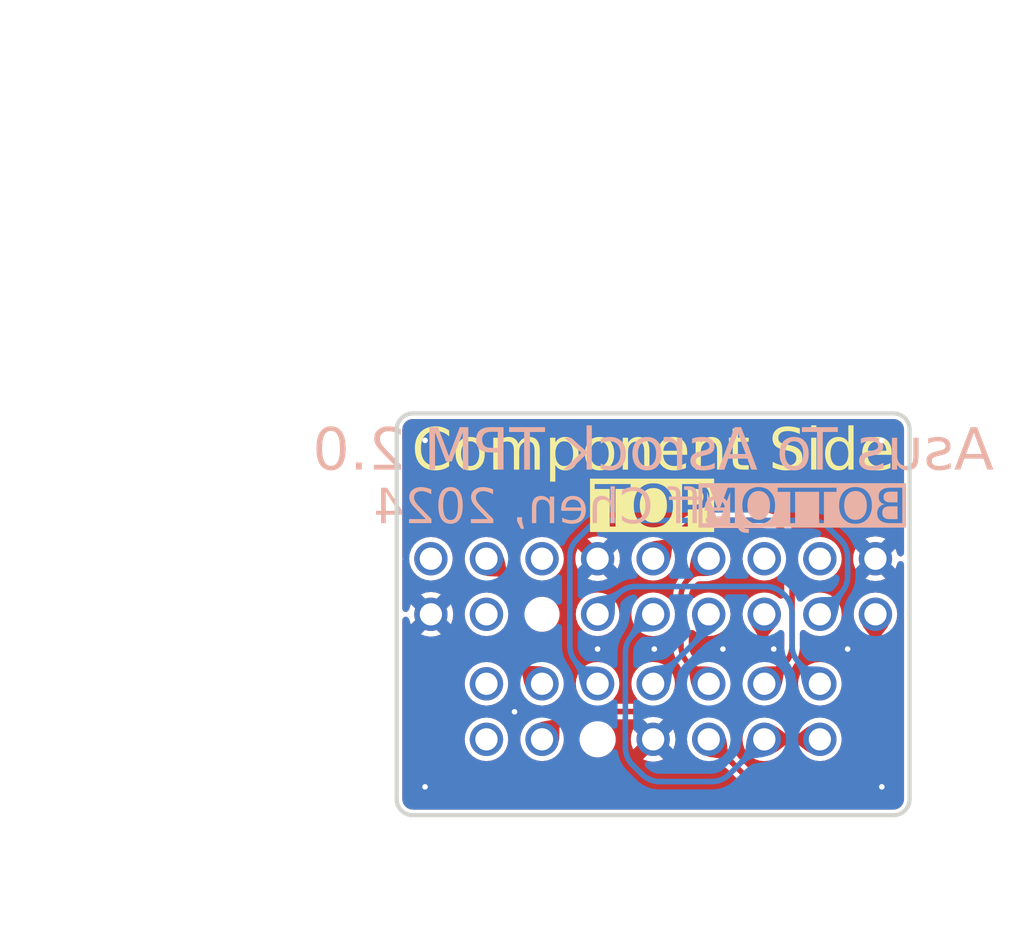
<source format=kicad_pcb>
(kicad_pcb (version 20240108) (generator "pcbnew") (generator_version "8.0")
  (title_block (title "Asus TPM 2.0 To Asrock TPM 2.0 Adapter") (date "2024-12-01") (rev "1.0") (company "Jeff Chen"))
  (layers (0 "F.Cu" signal) (31 "B.Cu" signal) (34 "B.Paste" user) (35 "F.Paste" user) (36 "B.SilkS" user "B.Silkscreen") (37 "F.SilkS" user "F.Silkscreen") (38 "B.Mask" user) (39 "F.Mask" user) (44 "Edge.Cuts" user))
  (net 0 "")
  (net 1 "Net-(P1-F_LAD2)")
  (net 2 "+3V0")
  (net 4 "Net-(P1-F_SERIRQ)")
  (net 5 "GND")
  (net 6 "Net-(P1-F_FRAME#)")
  (net 7 "Net-(P1-F_LAD1)")
  (net 8 "Net-(P1-C_PCICLK_TPM)")
  (net 9 "Net-(P1-S_PCIRST#_TBD)")
  (net 10 "Net-(P1-F_LAD3)")
  (net 11 "Net-(P1-F_LAD0)")
  (footprint "MyTPM:14-1Pin" (layer "F.Cu") (at 167.52 97.84 180)
    (property "Reference" "P1" (hide yes))
    (property "Value" "14-1pin")
    (pad "" np_thru_hole circle (at 8 -2 180) (size 0.8 0.8) (drill 0.8) (layers "*.Cu" "*.Mask"))
    (pad "1" thru_hole circle (at 0 0 180) (size 1.2 1.2) (drill 0.8) (layers "*.Cu" "*.Mask") (net 11 "Net-(P1-F_LAD0)"))
    (pad "2" thru_hole circle (at 2.000001 0 180) (size 1.2 1.2) (drill 0.8) (layers "*.Cu" "*.Mask") (net 7 "Net-(P1-F_LAD1)"))
    (pad "3" thru_hole circle (at 4 0 180) (size 1.2 1.2) (drill 0.8) (layers "*.Cu" "*.Mask") (net 1 "Net-(P1-F_LAD2)"))
    (pad "4" thru_hole circle (at 6 0 180) (size 1.2 1.2) (drill 0.8) (layers "*.Cu" "*.Mask") (net 10 "Net-(P1-F_LAD3)"))
    (pad "5" thru_hole circle (at 8 0 180) (size 1.2 1.2) (drill 0.8) (layers "*.Cu" "*.Mask") (net 6 "Net-(P1-F_FRAME#)"))
    (pad "6" thru_hole circle (at 10 0 180) (size 1.2 1.2) (drill 0.8) (layers "*.Cu" "*.Mask") (net 4 "Net-(P1-F_SERIRQ)"))
    (pad "7" thru_hole circle (at 11.999999 0 180) (size 1.2 1.2) (drill 0.8) (layers "*.Cu" "*.Mask"))
    (pad "8" thru_hole circle (at 0 -2.000001 180) (size 1.2 1.2) (drill 0.8) (layers "*.Cu" "*.Mask") (net 2 "+3V0"))
    (pad "9" thru_hole circle (at 2 -2 180) (size 1.2 1.2) (drill 0.8) (layers "*.Cu" "*.Mask") (net 2 "+3V0"))
    (pad "10" thru_hole circle (at 4.000001 -2 180) (size 1.2 1.2) (drill 0.8) (layers "*.Cu" "*.Mask") (net 8 "Net-(P1-C_PCICLK_TPM)"))
    (pad "11" thru_hole circle (at 6 -2 180) (size 1.2 1.2) (drill 0.8) (layers "*.Cu" "*.Mask") (net 5 "GND"))
    (pad "13" thru_hole circle (at 10 -2 180) (size 1.2 1.2) (drill 0.8) (layers "*.Cu" "*.Mask") (net 9 "Net-(P1-S_PCIRST#_TBD)"))
    (pad "14" thru_hole circle (at 12 -2 180) (size 1.2 1.2) (drill 0.8) (layers "*.Cu" "*.Mask"))
  )
  (footprint "AsroclTPM:18pin" (layer "B.Cu") (at 169.52 95.340001)
    (property "Reference" "P2" (hide yes))
    (property "Value" "~")
    (pad "" np_thru_hole circle (at -11.999999 0) (size 0.762 0.762) (drill 0.762) (layers "F&B.Cu" "*.Mask"))
    (pad "1" thru_hole circle (at 0 0) (size 1.2 1.2) (drill 0.8) (layers "*.Cu" "*.Mask") (net 8 "Net-(P1-C_PCICLK_TPM)"))
    (pad "2" thru_hole circle (at 0 -2.000001) (size 1.2 1.2) (drill 0.8) (layers "*.Cu" "*.Mask") (net 5 "GND"))
    (pad "3" thru_hole circle (at -2.000001 0) (size 1.2 1.2) (drill 0.8) (layers "*.Cu" "*.Mask") (net 6 "Net-(P1-F_FRAME#)"))
    (pad "4" thru_hole circle (at -2 -2) (size 1.2 1.2) (drill 0.8) (layers "*.Cu" "*.Mask"))
    (pad "5" thru_hole circle (at -4 0) (size 1.2 1.2) (drill 0.8) (layers "*.Cu" "*.Mask") (net 9 "Net-(P1-S_PCIRST#_TBD)"))
    (pad "6" thru_hole circle (at -4.000001 -2) (size 1.2 1.2) (drill 0.8) (layers "*.Cu" "*.Mask"))
    (pad "7" thru_hole circle (at -6 0) (size 1.2 1.2) (drill 0.8) (layers "*.Cu" "*.Mask") (net 10 "Net-(P1-F_LAD3)"))
    (pad "8" thru_hole circle (at -6 -2) (size 1.2 1.2) (drill 0.8) (layers "*.Cu" "*.Mask") (net 1 "Net-(P1-F_LAD2)"))
    (pad "9" thru_hole circle (at -8 0) (size 1.2 1.2) (drill 0.8) (layers "*.Cu" "*.Mask") (net 2 "+3V0"))
    (pad "10" thru_hole circle (at -8 -2) (size 1.2 1.2) (drill 0.8) (layers "*.Cu" "*.Mask") (net 7 "Net-(P1-F_LAD1)"))
    (pad "11" thru_hole circle (at -10 0) (size 1.2 1.2) (drill 0.8) (layers "*.Cu" "*.Mask") (net 11 "Net-(P1-F_LAD0)"))
    (pad "12" thru_hole circle (at -10 -2) (size 1.2 1.2) (drill 0.8) (layers "*.Cu" "*.Mask") (net 5 "GND"))
    (pad "14" thru_hole circle (at -12 -2) (size 1.2 1.2) (drill 0.8) (layers "*.Cu" "*.Mask"))
    (pad "15" thru_hole circle (at -14 0) (size 1.2 1.2) (drill 0.8) (layers "*.Cu" "*.Mask"))
    (pad "16" thru_hole circle (at -13.999999 -2) (size 1.2 1.2) (drill 0.8) (layers "*.Cu" "*.Mask") (net 4 "Net-(P1-F_SERIRQ)"))
    (pad "17" thru_hole circle (at -15.999999 0) (size 1.2 1.2) (drill 0.8) (layers "*.Cu" "*.Mask") (net 5 "GND"))
    (pad "18" thru_hole circle (at -16 -2) (size 1.2 1.2) (drill 0.8) (layers "*.Cu" "*.Mask"))
  )
  (gr_arc (start 152.87 102.57) (mid 152.459878 102.400122) (end 152.29 101.99) (stroke (width 0.15)) (layer "Edge.Cuts"))
  (gr_arc (start 170.17 88.11) (mid 170.580122 88.279878) (end 170.75 88.69) (stroke (width 0.15)) (layer "Edge.Cuts"))
  (gr_line (start 170.75 88.69) (end 170.75 101.99) (stroke (width 0.15)) (layer "Edge.Cuts"))
  (gr_line (start 152.87 88.11) (end 170.17 88.11) (stroke (width 0.15)) (layer "Edge.Cuts"))
  (gr_arc (start 170.75 101.99) (mid 170.580122 102.400122) (end 170.17 102.57) (stroke (width 0.15)) (layer "Edge.Cuts"))
  (gr_arc (start 152.29 88.69) (mid 152.459878 88.279878) (end 152.87 88.11) (stroke (width 0.15)) (layer "Edge.Cuts"))
  (gr_line (start 152.29 88.69) (end 152.29 101.99) (stroke (width 0.15)) (layer "Edge.Cuts"))
  (gr_line (start 152.87 102.57) (end 170.17 102.57) (stroke (width 0.15)) (layer "Edge.Cuts"))
  (gr_text "Jeff Chen, 2024" (at 158.16 91.54 0) (layer "B.SilkS") (effects (font (size 1.25 1.25) (thickness 0.152)) (justify mirror)))
  (gr_text "Asus To Asrock TPM 2.0" (at 161.52 89.51 0) (layer "B.SilkS") (effects (font (size 1.5 1.5) (thickness 0.152)) (justify mirror)))
  (gr_text "BOTTOM" (at 166.89 91.54 0) (layer "B.SilkS" knockout) (effects (font (size 1.25 1.25) (thickness 0.152)) (justify mirror)))
  (gr_text "TOP" (at 161.52 91.56 0) (layer "F.SilkS" knockout) (effects (font (size 1.5 1.5) (thickness 0.152))))
  (gr_text "Component Side" (at 161.52 89.51 0) (layer "F.SilkS") (effects (font (size 1.5 1.5) (thickness 0.152))))
  (segment (start 163.52 93.340001) (end 162.783604 94.076397) (width 0.2) (layer "F.Cu") (net 1))
  (segment (start 162.52 94.712793) (end 162.52 96.467208) (width 0.2) (layer "F.Cu") (net 1))
  (segment (start 162.783604 97.103604) (end 163.52 97.84) (width 0.2) (layer "F.Cu") (net 1))
  (arc (start 162.783604 94.076397) (mid 162.588509 94.368378) (end 162.52 94.712793) (width 0.2) (layer "F.Cu") (net 1))
  (arc (start 162.783604 97.103604) (mid 162.588509 96.811623) (end 162.52 96.467208) (width 0.2) (layer "F.Cu") (net 1))
  (segment (start 167.519999 99.84) (end 167.52 99.840001) (width 0.2) (layer "F.Cu") (net 2))
  (segment (start 165.52 99.84) (end 167.519999 99.84) (width 0.2) (layer "F.Cu") (net 2))
  (segment (start 160.783604 100.763604) (end 161.116396 101.096396) (width 0.2) (layer "B.Cu") (net 2))
  (segment (start 161.752792 101.36) (end 163.627208 101.36) (width 0.2) (layer "B.Cu") (net 2))
  (segment (start 164.263604 101.096396) (end 165.52 99.84) (width 0.2) (layer "B.Cu") (net 2))
  (segment (start 161.52 95.340001) (end 160.783604 96.076397) (width 0.2) (layer "B.Cu") (net 2))
  (segment (start 160.52 96.712793) (end 160.52 100.127208) (width 0.2) (layer "B.Cu") (net 2))
  (arc (start 160.783604 100.763604) (mid 160.588509 100.471623) (end 160.52 100.127208) (width 0.2) (layer "B.Cu") (net 2))
  (arc (start 160.52 96.712793) (mid 160.588508 96.368378) (end 160.783604 96.076397) (width 0.2) (layer "B.Cu") (net 2))
  (arc (start 164.263604 101.096396) (mid 163.971623 101.291491) (end 163.627208 101.36) (width 0.2) (layer "B.Cu") (net 2))
  (arc (start 161.116396 101.096396) (mid 161.408377 101.291491) (end 161.752792 101.36) (width 0.2) (layer "B.Cu") (net 2))
  (segment (start 155.520001 93.340001) (end 156.30033 94.12033) (width 0.2) (layer "F.Cu") (net 4))
  (segment (start 156.52 94.65066) (end 156.52 96.52934) (width 0.2) (layer "F.Cu") (net 4))
  (segment (start 156.73967 97.05967) (end 157.52 97.84) (width 0.2) (layer "F.Cu") (net 4))
  (arc (start 156.30033 94.12033) (mid 156.46291 94.363647) (end 156.52 94.65066) (width 0.2) (layer "F.Cu") (net 4))
  (arc (start 156.73967 97.05967) (mid 156.57709 96.816353) (end 156.52 96.52934) (width 0.2) (layer "F.Cu") (net 4))
  (via (at 169.75 89.08) (size 0.5) (drill 0.2) (layers "F.Cu" "B.Cu") (net 5))
  (via (at 153.31 101.55) (size 0.5) (drill 0.2) (layers "F.Cu" "B.Cu") (net 5))
  (via (at 156.53 98.85) (size 0.5) (drill 0.2) (layers "F.Cu" "B.Cu") (net 5))
  (via (at 153.31 89.08) (size 0.5) (drill 0.2) (layers "F.Cu" "B.Cu") (net 5))
  (via (at 161.56 96.59) (size 0.5) (drill 0.2) (layers "F.Cu" "B.Cu") (net 5))
  (via (at 168.52 96.59) (size 0.5) (drill 0.2) (layers "F.Cu" "B.Cu") (net 5))
  (via (at 165.86 96.59) (size 0.5) (drill 0.2) (layers "F.Cu" "B.Cu") (net 5))
  (via (at 164.03 96.59) (size 0.5) (drill 0.2) (layers "F.Cu" "B.Cu") (net 5))
  (via (at 169.75 101.55) (size 0.5) (drill 0.2) (layers "F.Cu" "B.Cu") (net 5))
  (via (at 159.52 96.59) (size 0.5) (drill 0.2) (layers "F.Cu" "B.Cu") (net 5))
  (segment (start 158.783604 92.636396) (end 159.196396 92.223604) (width 0.2) (layer "B.Cu") (net 6))
  (segment (start 159.832792 91.96) (end 167.192208 91.96) (width 0.2) (layer "B.Cu") (net 6))
  (segment (start 168.256396 94.603604) (end 167.519999 95.340001) (width 0.2) (layer "B.Cu") (net 6))
  (segment (start 167.828604 92.223604) (end 168.256396 92.651396) (width 0.2) (layer "B.Cu") (net 6))
  (segment (start 158.52 96.467208) (end 158.52 93.272792) (width 0.2) (layer "B.Cu") (net 6))
  (segment (start 168.52 93.287792) (end 168.52 93.967208) (width 0.2) (layer "B.Cu") (net 6))
  (segment (start 159.52 97.84) (end 158.783604 97.103604) (width 0.2) (layer "B.Cu") (net 6))
  (arc (start 158.52 96.467208) (mid 158.588508 96.811623) (end 158.783604 97.103604) (width 0.2) (layer "B.Cu") (net 6))
  (arc (start 167.192208 91.96) (mid 167.536623 92.028508) (end 167.828604 92.223604) (width 0.2) (layer "B.Cu") (net 6))
  (arc (start 159.832792 91.96) (mid 159.488377 92.028508) (end 159.196396 92.223604) (width 0.2) (layer "B.Cu") (net 6))
  (arc (start 158.52 93.272792) (mid 158.588508 92.928377) (end 158.783604 92.636396) (width 0.2) (layer "B.Cu") (net 6))
  (arc (start 168.52 93.287792) (mid 168.451492 92.943377) (end 168.256396 92.651396) (width 0.2) (layer "B.Cu") (net 6))
  (arc (start 168.256396 94.603604) (mid 168.451491 94.311623) (end 168.52 93.967208) (width 0.2) (layer "B.Cu") (net 6))
  (segment (start 163.282793 91.95) (end 165.444416 91.95) (width 0.2) (layer "F.Cu") (net 7))
  (segment (start 161.52 93.340001) (end 162.646397 92.213604) (width 0.2) (layer "F.Cu") (net 7))
  (segment (start 166.080812 92.213604) (end 166.256396 92.389188) (width 0.2) (layer "F.Cu") (net 7))
  (segment (start 166.256396 97.103603) (end 165.519999 97.84) (width 0.2) (layer "F.Cu") (net 7))
  (segment (start 166.52 93.025584) (end 166.52 96.467207) (width 0.2) (layer "F.Cu") (net 7))
  (arc (start 166.52 96.467207) (mid 166.451492 96.811622) (end 166.256396 97.103603) (width 0.2) (layer "F.Cu") (net 7))
  (arc (start 166.080812 92.213604) (mid 165.788831 92.018509) (end 165.444416 91.95) (width 0.2) (layer "F.Cu") (net 7))
  (arc (start 166.256396 92.389188) (mid 166.451491 92.681169) (end 166.52 93.025584) (width 0.2) (layer "F.Cu") (net 7))
  (arc (start 162.646397 92.213604) (mid 162.938378 92.018509) (end 163.282793 91.95) (width 0.2) (layer "F.Cu") (net 7))
  (segment (start 169.256396 100.733604) (end 168.903604 101.086396) (width 0.2) (layer "F.Cu") (net 8))
  (segment (start 168.267208 101.35) (end 165.402791 101.35) (width 0.2) (layer "F.Cu") (net 8))
  (segment (start 169.52 95.340001) (end 169.52 100.097208) (width 0.2) (layer "F.Cu") (net 8))
  (segment (start 164.766395 101.086396) (end 163.519999 99.84) (width 0.2) (layer "F.Cu") (net 8))
  (arc (start 168.267208 101.35) (mid 168.611623 101.281492) (end 168.903604 101.086396) (width 0.2) (layer "F.Cu") (net 8))
  (arc (start 165.402791 101.35) (mid 165.058376 101.281492) (end 164.766395 101.086396) (width 0.2) (layer "F.Cu") (net 8))
  (arc (start 169.52 100.097208) (mid 169.451492 100.441623) (end 169.256396 100.733604) (width 0.2) (layer "F.Cu") (net 8))
  (segment (start 165.52 95.340001) (end 165.52 95.815737) (width 0.2) (layer "F.Cu") (net 9))
  (segment (start 164.266396 98.503604) (end 164.193604 98.576396) (width 0.2) (layer "F.Cu") (net 9))
  (segment (start 165.256396 96.452133) (end 164.793604 96.914925) (width 0.2) (layer "F.Cu") (net 9))
  (segment (start 158.256396 99.103604) (end 157.52 99.84) (width 0.2) (layer "F.Cu") (net 9))
  (segment (start 164.53 97.551321) (end 164.53 97.867208) (width 0.2) (layer "F.Cu") (net 9))
  (segment (start 163.557208 98.84) (end 158.892792 98.84) (width 0.2) (layer "F.Cu") (net 9))
  (arc (start 163.557208 98.84) (mid 163.901623 98.771492) (end 164.193604 98.576396) (width 0.2) (layer "F.Cu") (net 9))
  (arc (start 164.53 97.551321) (mid 164.598508 97.206906) (end 164.793604 96.914925) (width 0.2) (layer "F.Cu") (net 9))
  (arc (start 158.256396 99.103604) (mid 158.548377 98.908509) (end 158.892792 98.84) (width 0.2) (layer "F.Cu") (net 9))
  (arc (start 165.256396 96.452133) (mid 165.451491 96.160152) (end 165.52 95.815737) (width 0.2) (layer "F.Cu") (net 9))
  (arc (start 164.53 97.867208) (mid 164.461492 98.211623) (end 164.266396 98.503604) (width 0.2) (layer "F.Cu") (net 9))
  (segment (start 163.52 95.340001) (end 163.52 95.467208) (width 0.2) (layer "B.Cu") (net 10))
  (segment (start 163.256396 96.103604) (end 161.52 97.84) (width 0.2) (layer "B.Cu") (net 10))
  (arc (start 163.52 95.467208) (mid 163.451492 95.811623) (end 163.256396 96.103604) (width 0.2) (layer "B.Cu") (net 10))
  (segment (start 166.52 95.292792) (end 166.52 96.467208) (width 0.2) (layer "B.Cu") (net 11))
  (segment (start 159.52 95.340001) (end 160.256397 94.603604) (width 0.2) (layer "B.Cu") (net 11))
  (segment (start 166.203604 94.603604) (end 166.256396 94.656396) (width 0.2) (layer "B.Cu") (net 11))
  (segment (start 166.783604 97.103604) (end 167.52 97.84) (width 0.2) (layer "B.Cu") (net 11))
  (segment (start 160.892793 94.34) (end 165.567208 94.34) (width 0.2) (layer "B.Cu") (net 11))
  (arc (start 160.892793 94.34) (mid 160.548378 94.408508) (end 160.256397 94.603604) (width 0.2) (layer "B.Cu") (net 11))
  (arc (start 166.52 95.292792) (mid 166.451492 94.948377) (end 166.256396 94.656396) (width 0.2) (layer "B.Cu") (net 11))
  (arc (start 166.203604 94.603604) (mid 165.911623 94.408509) (end 165.567208 94.34) (width 0.2) (layer "B.Cu") (net 11))
  (arc (start 166.52 96.467208) (mid 166.588508 96.811623) (end 166.783604 97.103604) (width 0.2) (layer "B.Cu") (net 11))
  (zone (net 5) (net_name "GND") (layers "F&B.Cu") (connect_pads (clearance 0.18)) (min_thickness 0.25) (fill yes (thermal_gap 0.2) (thermal_bridge_width 0.5))
    (polygon (pts (xy 150.5 73.23) (xy 172.1 73.23) (xy 172.1 107.41) (xy 150.5 107.41)))
  )
)
</source>
